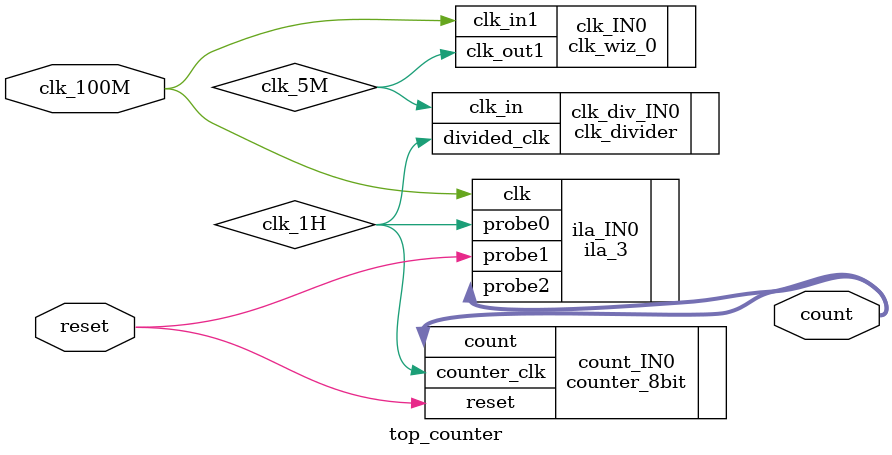
<source format=v>
`timescale 1ns / 1ps


module top_counter(
    input clk_100M,      // Clock from FPGA itself 
    input reset,
    output [7:0] count

    );
    
    wire clk_5M ,clk_1H;
    
  clk_wiz_0 clk_IN0(
    // Clock out ports
    .clk_out1(clk_5M),     // output clk_out1
   // Clock in ports
    .clk_in1(clk_100M)     // input clk_in1
    );    
    
    clk_divider #(.div_value(2499999)) clk_div_IN0(.clk_in(clk_5M),.divided_clk(clk_1H));
    
    counter_8bit count_IN0(.counter_clk(clk_1H),.reset(reset),.count(count));
                
    ila_3 ila_IN0(
	.clk(clk_100M), // input wire clk


	.probe0(clk_1H), // input wire [0:0]  probe0  
	.probe1(reset), // input wire [0:0]  probe1 
	.probe2(count) // input wire [7:0]  probe2
);
endmodule

</source>
